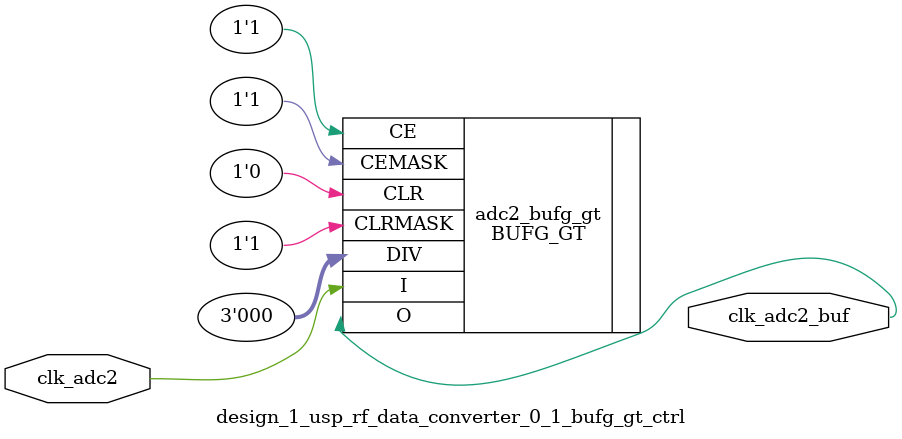
<source format=v>


`timescale 1ns / 1ps

(* DowngradeIPIdentifiedWarnings="yes" *)
module design_1_usp_rf_data_converter_0_1_bufg_gt_ctrl (
  // ADC Fabric Feedback Clock for Tile 2
  input    clk_adc2,
  
  output   clk_adc2_buf
    
);

 
  BUFG_GT adc2_bufg_gt
  (
    .I       (clk_adc2),
    .CE      (1'b1),
    .CEMASK  (1'b1),
    .CLR     (1'b0),
    .CLRMASK (1'b1),
    .DIV     (3'b000),
    .O       (clk_adc2_buf)
  );  

endmodule

</source>
